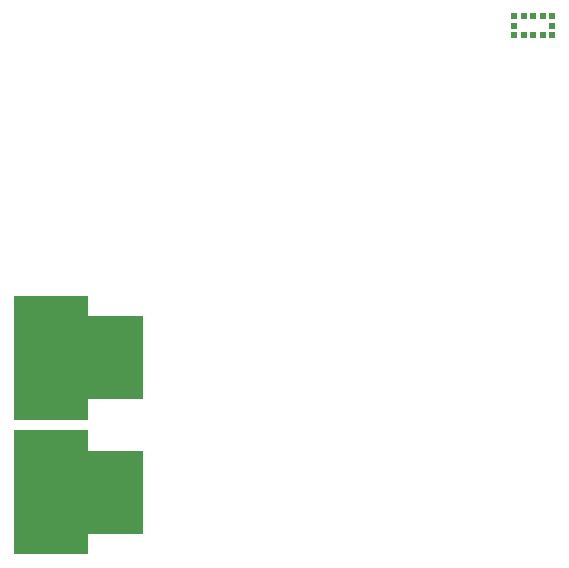
<source format=gbr>
%TF.GenerationSoftware,Altium Limited,Altium Designer,25.2.1 (25)*%
G04 Layer_Color=8421504*
%FSLAX43Y43*%
%MOMM*%
%TF.SameCoordinates,F457C3C9-6880-4064-B818-50B76E06CF19*%
%TF.FilePolarity,Positive*%
%TF.FileFunction,Paste,Top*%
%TF.Part,Single*%
G01*
G75*
%TA.AperFunction,BGAPad,CuDef*%
%ADD12R,0.500X0.500*%
G36*
X9014Y22000D02*
X13739D01*
Y15000D01*
X9014D01*
Y13250D01*
X2739D01*
Y23750D01*
X9014D01*
Y22000D01*
D02*
G37*
G36*
Y33400D02*
X13739D01*
Y26400D01*
X9014D01*
Y24650D01*
X2739D01*
Y35150D01*
X9014D01*
Y33400D01*
D02*
G37*
D12*
X45150Y58000D02*
D03*
Y57200D02*
D03*
X45950D02*
D03*
X46750D02*
D03*
X47550D02*
D03*
X48350D02*
D03*
Y58000D02*
D03*
Y58800D02*
D03*
X47550D02*
D03*
X46750D02*
D03*
X45950D02*
D03*
X45150D02*
D03*
%TF.MD5,f6372297f45055806b52f08025315274*%
M02*

</source>
